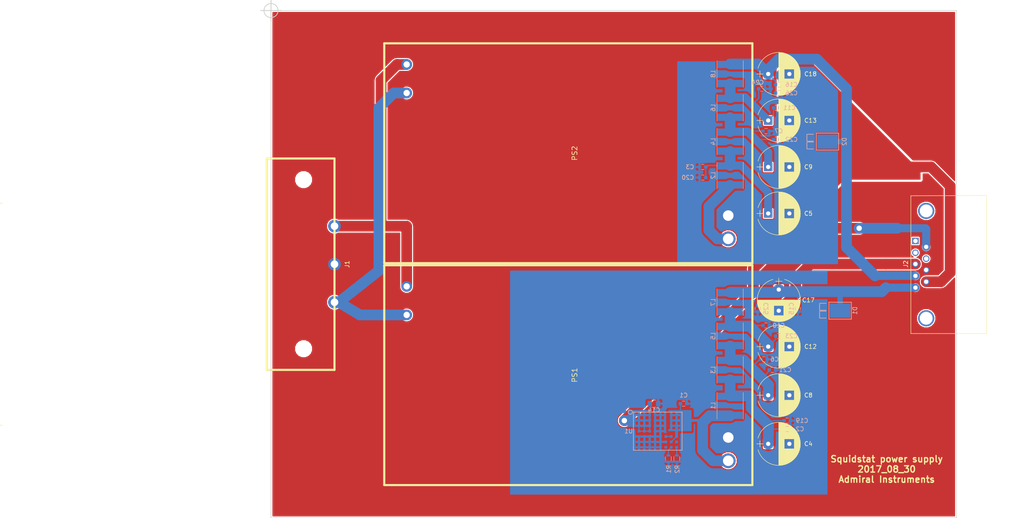
<source format=kicad_pcb>
(kicad_pcb (version 4) (host pcbnew 4.0.7)
  (layers (0 F.Cu signal) (31 B.Cu signal) (34 B.Paste user) (35 F.Paste user hide) (36 B.SilkS user) (37 F.SilkS user) (38 B.Mask user hide) (39 F.Mask user hide) (44 Edge.Cuts user))
  (net 0 "")
  (net 1 GND)
  (net 2 "Net-(C1-Pad1)")
  (net 3 /+0v,B)
  (net 4 "Net-(C10-Pad1)")
  (net 5 "Net-(C11-Pad1)")
  (net 6 /3.3v)
  (net 7 /+24v,A)
  (net 8 /+24v,B)
  (net 9 "Net-(J2-Pad1)")
  (net 10 "Net-(J2-Pad2)")
  (net 11 "Net-(J2-Pad7)")
  (net 12 Earth)
  (net 13 "Net-(L2-Pad2)")
  (net 14 "Net-(J1-Pad1)")
  (net 15 "Net-(J1-Pad2)")
  (net 16 "Net-(R1-Pad1)")
  (net 17 "Net-(R2-Pad1)")
  (net 18 "Net-(U1-PadF7)")
  (net 19 "Net-(U1-PadH6)")
  (net 20 "Net-(U1-PadF5)")
  (net 21 "Net-(C19-Pad1)")
  (net 22 "Net-(C20-Pad1)")
  (net 23 "Net-(C21-Pad1)")
  (net 24 "Net-(C22-Pad1)")
  (module user:IRM-60-24 (layer F.Cu) (at 113.76 7.75)
    (fp_text reference PS2 (at -42 26 90) (layer F.SilkS) (effects (font (size 1.2 1.2))))
    (fp_text value IRM-6024)
    (pad 3 thru_hole circle (at -5.7 46.25) (size 3.5 3.5) (drill 2.5) (layers *.Cu *.Mask) (net 13 "Net-(L2-Pad2)"))
    (pad 1 thru_hole circle (at -81.7 5) (size 2.5 2.5) (drill 1.5) (layers *.Cu *.Mask) (net 14 "Net-(J1-Pad1)"))
    (pad 2 thru_hole circle (at -81.7 11.75) (size 2.5 2.5) (drill 1.5) (layers *.Cu *.Mask) (net 15 "Net-(J1-Pad2)"))
    (pad 4 thru_hole circle (at -5.7 40.75) (size 3.5 3.5) (drill 2.5) (layers *.Cu *.Mask) (net 3 /+0v,B))
  )
  (module Capacitors_SMD:C_0603 (layer B.Cu) (at 97.5 93)
    (fp_text reference C1 (at 0 -2) (layer B.SilkS) (effects (justify mirror)))
    (fp_text value 2.2u)
    (pad 2 smd rect (at 0.75 0) (size 0.8 0.75) (layers B.Cu B.Paste B.Mask) (net 1 GND))
    (pad 1 smd rect (at -0.75 0) (size 0.8 0.75) (layers B.Cu B.Paste B.Mask) (net 2 "Net-(C1-Pad1)"))
  )
  (module Capacitors_SMD:C_0603 (layer B.Cu) (at 122 99)
    (fp_text reference C2 (at 3 0) (layer B.SilkS) (effects (justify mirror)))
    (fp_text value 1u)
    (pad 2 smd rect (at 0.75 0) (size 0.8 0.75) (layers B.Cu B.Paste B.Mask) (net 1 GND))
    (pad 1 smd rect (at -0.75 0) (size 0.8 0.75) (layers B.Cu B.Paste B.Mask) (net 21 "Net-(C19-Pad1)"))
  )
  (module Capacitors_SMD:C_0603 (layer B.Cu) (at 102 37 180)
    (fp_text reference C3 (at 3 0 180) (layer B.SilkS) (effects (justify mirror)))
    (fp_text value 1u)
    (pad 2 smd rect (at 0.75 0 180) (size 0.8 0.75) (layers B.Cu B.Paste B.Mask) (net 3 /+0v,B))
    (pad 1 smd rect (at -0.75 0 180) (size 0.8 0.75) (layers B.Cu B.Paste B.Mask) (net 22 "Net-(C20-Pad1)"))
  )
  (module Capacitors_THT:CP_Radial_D10.0mm_P5.00mm (layer F.Cu) (at 117.5 102.5)
    (fp_text reference C4 (at 9.5 0) (layer F.SilkS))
    (fp_text value 560u)
    (pad 1 thru_hole rect (at 0 0) (size 2 2) (drill 1) (layers *.Cu *.Mask) (net 21 "Net-(C19-Pad1)"))
    (pad 2 thru_hole circle (at 5 0) (size 2 2) (drill 1) (layers *.Cu *.Mask) (net 1 GND))
  )
  (module Capacitors_THT:CP_Radial_D10.0mm_P5.00mm (layer F.Cu) (at 117.5 48)
    (fp_text reference C5 (at 9.5 0) (layer F.SilkS))
    (fp_text value 560u)
    (pad 1 thru_hole rect (at 0 0) (size 2 2) (drill 1) (layers *.Cu *.Mask) (net 22 "Net-(C20-Pad1)"))
    (pad 2 thru_hole circle (at 5 0) (size 2 2) (drill 1) (layers *.Cu *.Mask) (net 3 /+0v,B))
  )
  (module Capacitors_SMD:C_0603 (layer B.Cu) (at 116.5 82.5)
    (fp_text reference C6 (at 2.5 0) (layer B.SilkS) (effects (justify mirror)))
    (fp_text value 1u)
    (pad 2 smd rect (at 0.75 0) (size 0.8 0.75) (layers B.Cu B.Paste B.Mask) (net 1 GND))
    (pad 1 smd rect (at -0.75 0) (size 0.8 0.75) (layers B.Cu B.Paste B.Mask) (net 23 "Net-(C21-Pad1)"))
  )
  (module Capacitors_SMD:C_0603 (layer B.Cu) (at 117 28.5)
    (fp_text reference C7 (at 3 0) (layer B.SilkS) (effects (justify mirror)))
    (fp_text value 1u)
    (pad 2 smd rect (at 0.75 0) (size 0.8 0.75) (layers B.Cu B.Paste B.Mask) (net 3 /+0v,B))
    (pad 1 smd rect (at -0.75 0) (size 0.8 0.75) (layers B.Cu B.Paste B.Mask) (net 24 "Net-(C22-Pad1)"))
  )
  (module Capacitors_THT:CP_Radial_D10.0mm_P5.00mm (layer F.Cu) (at 117.5 91)
    (fp_text reference C8 (at 9.5 0) (layer F.SilkS))
    (fp_text value 560u)
    (pad 1 thru_hole rect (at 0 0) (size 2 2) (drill 1) (layers *.Cu *.Mask) (net 23 "Net-(C21-Pad1)"))
    (pad 2 thru_hole circle (at 5 0) (size 2 2) (drill 1) (layers *.Cu *.Mask) (net 1 GND))
  )
  (module Capacitors_THT:CP_Radial_D10.0mm_P5.00mm (layer F.Cu) (at 117.5 37)
    (fp_text reference C9 (at 9.5 0) (layer F.SilkS))
    (fp_text value 560u)
    (pad 1 thru_hole rect (at 0 0) (size 2 2) (drill 1) (layers *.Cu *.Mask) (net 24 "Net-(C22-Pad1)"))
    (pad 2 thru_hole circle (at 5 0) (size 2 2) (drill 1) (layers *.Cu *.Mask) (net 3 /+0v,B))
  )
  (module Capacitors_SMD:C_0603 (layer B.Cu) (at 117 74.5)
    (fp_text reference C10 (at 3 0) (layer B.SilkS) (effects (justify mirror)))
    (fp_text value 1u)
    (pad 2 smd rect (at 0.75 0) (size 0.8 0.75) (layers B.Cu B.Paste B.Mask) (net 1 GND))
    (pad 1 smd rect (at -0.75 0) (size 0.8 0.75) (layers B.Cu B.Paste B.Mask) (net 4 "Net-(C10-Pad1)"))
  )
  (module Capacitors_SMD:C_0603 (layer B.Cu) (at 119.5 23)
    (fp_text reference C11 (at 3 0) (layer B.SilkS) (effects (justify mirror)))
    (fp_text value 1u)
    (pad 2 smd rect (at 0.75 0) (size 0.8 0.75) (layers B.Cu B.Paste B.Mask) (net 3 /+0v,B))
    (pad 1 smd rect (at -0.75 0) (size 0.8 0.75) (layers B.Cu B.Paste B.Mask) (net 5 "Net-(C11-Pad1)"))
  )
  (module Capacitors_THT:CP_Radial_D10.0mm_P5.00mm (layer F.Cu) (at 117.5 79.5)
    (fp_text reference C12 (at 10 0) (layer F.SilkS))
    (fp_text value 560u)
    (pad 1 thru_hole rect (at 0 0) (size 2 2) (drill 1) (layers *.Cu *.Mask) (net 4 "Net-(C10-Pad1)"))
    (pad 2 thru_hole circle (at 5 0) (size 2 2) (drill 1) (layers *.Cu *.Mask) (net 1 GND))
  )
  (module Capacitors_THT:CP_Radial_D10.0mm_P5.00mm (layer F.Cu) (at 117.5 26)
    (fp_text reference C13 (at 10 0) (layer F.SilkS))
    (fp_text value 560u)
    (pad 1 thru_hole rect (at 0 0) (size 2 2) (drill 1) (layers *.Cu *.Mask) (net 5 "Net-(C11-Pad1)"))
    (pad 2 thru_hole circle (at 5 0) (size 2 2) (drill 1) (layers *.Cu *.Mask) (net 3 /+0v,B))
  )
  (module Capacitors_SMD:C_0603 (layer B.Cu) (at 124.5 70.5 270)
    (fp_text reference C15 (at 0 1.5 270) (layer B.SilkS) (effects (justify mirror)))
    (fp_text value 1u)
    (pad 2 smd rect (at 0.75 0 270) (size 0.8 0.75) (layers B.Cu B.Paste B.Mask) (net 1 GND))
    (pad 1 smd rect (at -0.75 0 270) (size 0.8 0.75) (layers B.Cu B.Paste B.Mask) (net 7 /+24v,A))
  )
  (module Capacitors_SMD:C_0603 (layer B.Cu) (at 120 17.5)
    (fp_text reference C16 (at 3 0) (layer B.SilkS) (effects (justify mirror)))
    (fp_text value 1u)
    (pad 2 smd rect (at 0.75 0) (size 0.8 0.75) (layers B.Cu B.Paste B.Mask) (net 3 /+0v,B))
    (pad 1 smd rect (at -0.75 0) (size 0.8 0.75) (layers B.Cu B.Paste B.Mask) (net 8 /+24v,B))
  )
  (module Capacitors_THT:CP_Radial_D10.0mm_P5.00mm (layer F.Cu) (at 120 66 270)
    (fp_text reference C17 (at 2.5 -7 360) (layer F.SilkS))
    (fp_text value 560u)
    (pad 1 thru_hole rect (at 0 0 270) (size 2 2) (drill 1) (layers *.Cu *.Mask) (net 7 /+24v,A))
    (pad 2 thru_hole circle (at 5 0 270) (size 2 2) (drill 1) (layers *.Cu *.Mask) (net 1 GND))
  )
  (module Capacitors_THT:CP_Radial_D10.0mm_P5.00mm (layer F.Cu) (at 117.5 15)
    (fp_text reference C18 (at 10 0) (layer F.SilkS))
    (fp_text value 560u)
    (pad 1 thru_hole rect (at 0 0) (size 2 2) (drill 1) (layers *.Cu *.Mask) (net 8 /+24v,B))
    (pad 2 thru_hole circle (at 5 0) (size 2 2) (drill 1) (layers *.Cu *.Mask) (net 3 /+0v,B))
  )
  (module Connectors:DB9FC (layer F.Cu) (at 152.3 54.5 270)
    (fp_text reference J2 (at 5.46 2.28 270) (layer F.SilkS))
    (fp_text value DB9_Female_MountingHoles)
    (pad "" thru_hole circle (at 18.29 -2.54 270) (size 3.81 3.81) (drill 3.05) (layers *.Cu *.Mask))
    (pad "" thru_hole circle (at -7.11 -2.54 270) (size 3.81 3.81) (drill 3.05) (layers *.Cu *.Mask))
    (pad 1 thru_hole rect (at 0 0 270) (size 1.52 1.52) (drill 1.02) (layers *.Cu *.Mask) (net 9 "Net-(J2-Pad1)"))
    (pad 2 thru_hole circle (at 2.79 0 270) (size 1.52 1.52) (drill 1.02) (layers *.Cu *.Mask) (net 10 "Net-(J2-Pad2)"))
    (pad 3 thru_hole circle (at 5.46 0 270) (size 1.52 1.52) (drill 1.02) (layers *.Cu *.Mask) (net 1 GND))
    (pad 4 thru_hole circle (at 8.26 0 270) (size 1.52 1.52) (drill 1.02) (layers *.Cu *.Mask) (net 8 /+24v,B))
    (pad 5 thru_hole circle (at 11.05 0 270) (size 1.52 1.52) (drill 1.02) (layers *.Cu *.Mask) (net 7 /+24v,A))
    (pad 6 thru_hole circle (at 1.4 -2.54 270) (size 1.52 1.52) (drill 1.02) (layers *.Cu *.Mask) (net 6 /3.3v))
    (pad 7 thru_hole circle (at 4.19 -2.54 270) (size 1.52 1.52) (drill 1.02) (layers *.Cu *.Mask) (net 11 "Net-(J2-Pad7)"))
    (pad 8 thru_hole circle (at 6.86 -2.54 270) (size 1.52 1.52) (drill 1.02) (layers *.Cu *.Mask) (net 12 Earth))
    (pad 9 thru_hole circle (at 9.65 -2.54 270) (size 1.52 1.52) (drill 1.02) (layers *.Cu *.Mask) (net 3 /+0v,B))
  )
  (module user:IRM-60-24 (layer F.Cu) (at 113.76 60.25)
    (fp_text reference PS1 (at -42 26 90) (layer F.SilkS) (effects (font (size 1.2 1.2))))
    (fp_text value IRM-6024)
    (pad 3 thru_hole circle (at -5.7 46.25) (size 3.5 3.5) (drill 2.5) (layers *.Cu *.Mask) (net 2 "Net-(C1-Pad1)"))
    (pad 1 thru_hole circle (at -81.7 5) (size 2.5 2.5) (drill 1.5) (layers *.Cu *.Mask) (net 14 "Net-(J1-Pad1)"))
    (pad 2 thru_hole circle (at -81.7 11.75) (size 2.5 2.5) (drill 1.5) (layers *.Cu *.Mask) (net 15 "Net-(J1-Pad2)"))
    (pad 4 thru_hole circle (at -5.7 40.75) (size 3.5 3.5) (drill 2.5) (layers *.Cu *.Mask) (net 1 GND))
  )
  (module Resistors_SMD:R_0603 (layer B.Cu) (at 93.9 106 270)
    (fp_text reference R1 (at 2.5 -0.1 270) (layer B.SilkS) (effects (justify mirror)))
    (fp_text value 42.2k)
    (pad 1 smd rect (at -0.75 0 270) (size 0.5 0.9) (layers B.Cu B.Paste B.Mask) (net 16 "Net-(R1-Pad1)"))
    (pad 2 smd rect (at 0.75 0 270) (size 0.5 0.9) (layers B.Cu B.Paste B.Mask) (net 1 GND))
  )
  (module Resistors_SMD:R_0603 (layer B.Cu) (at 95.9 106 270)
    (fp_text reference R2 (at 2.5 -0.1 270) (layer B.SilkS) (effects (justify mirror)))
    (fp_text value 154k)
    (pad 1 smd rect (at -0.75 0 270) (size 0.5 0.9) (layers B.Cu B.Paste B.Mask) (net 17 "Net-(R2-Pad1)"))
    (pad 2 smd rect (at 0.75 0 270) (size 0.5 0.9) (layers B.Cu B.Paste B.Mask) (net 1 GND))
  )
  (module user:AC_receptacle (layer F.Cu) (at 15 60 90)
    (fp_text reference J1 (at 0 3 90) (layer F.SilkS))
    (fp_text value Conn_WallPlug_Earth)
    (pad "" np_thru_hole circle (at 20 -7.3 90) (size 3.5 3.5) (drill 3.5) (layers *.Cu *.Mask))
    (pad 2 thru_hole circle (at -9 0 90) (size 3 3) (drill 1.8) (layers *.Cu *.Mask) (net 15 "Net-(J1-Pad2)"))
    (pad 1 thru_hole circle (at 9 0 90) (size 3 3) (drill 1.8) (layers *.Cu *.Mask) (net 14 "Net-(J1-Pad1)"))
    (pad 3 thru_hole circle (at 0 0 90) (size 3 3) (drill 1.8) (layers *.Cu *.Mask) (net 12 Earth))
    (pad "" np_thru_hole circle (at -20 -7.3 90) (size 3.5 3.5) (drill 3.5) (layers *.Cu *.Mask))
  )
  (module Capacitors_SMD:C_0603 (layer B.Cu) (at 122 97)
    (fp_text reference C19 (at 3.5 0) (layer B.SilkS) (effects (justify mirror)))
    (fp_text value 10n)
    (pad 2 smd rect (at 0.75 0) (size 0.8 0.75) (layers B.Cu B.Paste B.Mask) (net 1 GND))
    (pad 1 smd rect (at -0.75 0) (size 0.8 0.75) (layers B.Cu B.Paste B.Mask) (net 21 "Net-(C19-Pad1)"))
  )
  (module Capacitors_SMD:C_0603 (layer B.Cu) (at 102 39.5 180)
    (fp_text reference C20 (at 3.5 0 180) (layer B.SilkS) (effects (justify mirror)))
    (fp_text value 10n)
    (pad 2 smd rect (at 0.75 0 180) (size 0.8 0.75) (layers B.Cu B.Paste B.Mask) (net 3 /+0v,B))
    (pad 1 smd rect (at -0.75 0 180) (size 0.8 0.75) (layers B.Cu B.Paste B.Mask) (net 22 "Net-(C20-Pad1)"))
  )
  (module Capacitors_SMD:C_0603 (layer B.Cu) (at 118.5 85)
    (fp_text reference C21 (at 3 0) (layer B.SilkS) (effects (justify mirror)))
    (fp_text value 10n)
    (pad 2 smd rect (at 0.75 0) (size 0.8 0.75) (layers B.Cu B.Paste B.Mask) (net 1 GND))
    (pad 1 smd rect (at -0.75 0) (size 0.8 0.75) (layers B.Cu B.Paste B.Mask) (net 23 "Net-(C21-Pad1)"))
  )
  (module Capacitors_SMD:C_0603 (layer B.Cu) (at 119.5 30.5)
    (fp_text reference C22 (at 3.5 0) (layer B.SilkS) (effects (justify mirror)))
    (fp_text value 10n)
    (pad 2 smd rect (at 0.75 0) (size 0.8 0.75) (layers B.Cu B.Paste B.Mask) (net 3 /+0v,B))
    (pad 1 smd rect (at -0.75 0) (size 0.8 0.75) (layers B.Cu B.Paste B.Mask) (net 24 "Net-(C22-Pad1)"))
  )
  (module Capacitors_SMD:C_0603 (layer B.Cu) (at 120 77)
    (fp_text reference C23 (at 3 0) (layer B.SilkS) (effects (justify mirror)))
    (fp_text value 10n)
    (pad 2 smd rect (at 0.75 0) (size 0.8 0.75) (layers B.Cu B.Paste B.Mask) (net 1 GND))
    (pad 1 smd rect (at -0.75 0) (size 0.8 0.75) (layers B.Cu B.Paste B.Mask) (net 4 "Net-(C10-Pad1)"))
  )
  (module Capacitors_SMD:C_0603 (layer B.Cu) (at 116 18.5)
    (fp_text reference C24 (at -1 -1.5) (layer B.SilkS) (effects (justify mirror)))
    (fp_text value 10n)
    (pad 2 smd rect (at 0.75 0) (size 0.8 0.75) (layers B.Cu B.Paste B.Mask) (net 3 /+0v,B))
    (pad 1 smd rect (at -0.75 0) (size 0.8 0.75) (layers B.Cu B.Paste B.Mask) (net 5 "Net-(C11-Pad1)"))
  )
  (module Capacitors_SMD:C_0603 (layer B.Cu) (at 115 70.5 270)
    (fp_text reference C25 (at 0 -2 270) (layer B.SilkS) (effects (justify mirror)))
    (fp_text value 10n)
    (pad 2 smd rect (at 0.75 0 270) (size 0.8 0.75) (layers B.Cu B.Paste B.Mask) (net 1 GND))
    (pad 1 smd rect (at -0.75 0 270) (size 0.8 0.75) (layers B.Cu B.Paste B.Mask) (net 7 /+24v,A))
  )
  (module Capacitors_SMD:C_0603 (layer B.Cu) (at 120 19.5)
    (fp_text reference C26 (at 3 0) (layer B.SilkS) (effects (justify mirror)))
    (fp_text value 10n)
    (pad 2 smd rect (at 0.75 0) (size 0.8 0.75) (layers B.Cu B.Paste B.Mask) (net 3 /+0v,B))
    (pad 1 smd rect (at -0.75 0) (size 0.8 0.75) (layers B.Cu B.Paste B.Mask) (net 8 /+24v,B))
  )
  (module user:LGA-50 (layer B.Cu) (at 91.4 99.5)
    (fp_text reference U1 (at -6.9 0) (layer B.SilkS) (effects (justify mirror)))
    (fp_text value LTM8022)
    (pad H7 smd rect (at 4.445 3.81) (size 0.64 0.64) (layers B.Cu B.Paste B.Mask) (net 17 "Net-(R2-Pad1)"))
    (pad G7 smd rect (at 3.175 3.81) (size 0.64 0.64) (layers B.Cu B.Paste B.Mask) (net 16 "Net-(R1-Pad1)"))
    (pad F7 smd rect (at 1.905 3.81) (size 0.64 0.64) (layers B.Cu B.Paste B.Mask) (net 18 "Net-(U1-PadF7)"))
    (pad E1 smd rect (at 0.635 3.81) (size 0.64 0.64) (layers B.Cu B.Paste B.Mask) (net 1 GND))
    (pad E1 smd rect (at -0.635 3.81) (size 0.64 0.64) (layers B.Cu B.Paste B.Mask) (net 1 GND))
    (pad E1 smd rect (at -1.905 3.81) (size 0.64 0.64) (layers B.Cu B.Paste B.Mask) (net 1 GND))
    (pad E1 smd rect (at -3.175 3.81) (size 0.64 0.64) (layers B.Cu B.Paste B.Mask) (net 1 GND))
    (pad E1 smd rect (at -4.445 3.81) (size 0.64 0.64) (layers B.Cu B.Paste B.Mask) (net 1 GND))
    (pad H6 smd rect (at 4.445 2.54) (size 0.64 0.64) (layers B.Cu B.Paste B.Mask) (net 19 "Net-(U1-PadH6)"))
    (pad G6 smd rect (at 3.175 2.54) (size 0.64 0.64) (layers B.Cu B.Paste B.Mask) (net 2 "Net-(C1-Pad1)"))
    (pad E1 smd rect (at 1.905 2.54) (size 0.64 0.64) (layers B.Cu B.Paste B.Mask) (net 1 GND))
    (pad E1 smd rect (at 0.635 2.54) (size 0.64 0.64) (layers B.Cu B.Paste B.Mask) (net 1 GND))
    (pad E1 smd rect (at -0.635 2.54) (size 0.64 0.64) (layers B.Cu B.Paste B.Mask) (net 1 GND))
    (pad E1 smd rect (at -1.905 2.54) (size 0.64 0.64) (layers B.Cu B.Paste B.Mask) (net 1 GND))
    (pad E1 smd rect (at -3.175 2.54) (size 0.64 0.64) (layers B.Cu B.Paste B.Mask) (net 1 GND))
    (pad E1 smd rect (at -4.445 2.54) (size 0.64 0.64) (layers B.Cu B.Paste B.Mask) (net 1 GND))
    (pad H5 smd rect (at 4.445 1.27) (size 0.64 0.64) (layers B.Cu B.Paste B.Mask) (net 2 "Net-(C1-Pad1)"))
    (pad G5 smd rect (at 3.175 1.27) (size 0.64 0.64) (layers B.Cu B.Paste B.Mask) (net 20 "Net-(U1-PadF5)"))
    (pad F5 smd rect (at 1.905 1.27) (size 0.64 0.64) (layers B.Cu B.Paste B.Mask) (net 20 "Net-(U1-PadF5)"))
    (pad E1 smd rect (at 0.635 1.27) (size 0.64 0.64) (layers B.Cu B.Paste B.Mask) (net 1 GND))
    (pad E1 smd rect (at -0.635 1.27) (size 0.64 0.64) (layers B.Cu B.Paste B.Mask) (net 1 GND))
    (pad E1 smd rect (at -1.905 1.27) (size 0.64 0.64) (layers B.Cu B.Paste B.Mask) (net 1 GND))
    (pad E1 smd rect (at -3.175 1.27) (size 0.64 0.64) (layers B.Cu B.Paste B.Mask) (net 1 GND))
    (pad E1 smd rect (at -4.445 1.27) (size 0.64 0.64) (layers B.Cu B.Paste B.Mask) (net 1 GND))
    (pad E1 smd rect (at 0.635 0) (size 0.64 0.64) (layers B.Cu B.Paste B.Mask) (net 1 GND))
    (pad E1 smd rect (at -0.635 0) (size 0.64 0.64) (layers B.Cu B.Paste B.Mask) (net 1 GND))
    (pad A1 smd rect (at -1.905 0) (size 0.64 0.64) (layers B.Cu B.Paste B.Mask) (net 6 /3.3v))
    (pad A1 smd rect (at -3.175 0) (size 0.64 0.64) (layers B.Cu B.Paste B.Mask) (net 6 /3.3v))
    (pad A1 smd rect (at -4.445 0) (size 0.64 0.64) (layers B.Cu B.Paste B.Mask) (net 6 /3.3v))
    (pad H1 smd rect (at 4.445 -1.27) (size 0.64 0.64) (layers B.Cu B.Paste B.Mask) (net 2 "Net-(C1-Pad1)"))
    (pad H1 smd rect (at 3.175 -1.27) (size 0.64 0.64) (layers B.Cu B.Paste B.Mask) (net 2 "Net-(C1-Pad1)"))
    (pad E1 smd rect (at 0.635 -1.27) (size 0.64 0.64) (layers B.Cu B.Paste B.Mask) (net 1 GND))
    (pad E1 smd rect (at -0.635 -1.27) (size 0.64 0.64) (layers B.Cu B.Paste B.Mask) (net 1 GND))
    (pad A1 smd rect (at -1.905 -1.27) (size 0.64 0.64) (layers B.Cu B.Paste B.Mask) (net 6 /3.3v))
    (pad A1 smd rect (at -3.175 -1.27) (size 0.64 0.64) (layers B.Cu B.Paste B.Mask) (net 6 /3.3v))
    (pad A1 smd rect (at -4.445 -1.27) (size 0.64 0.64) (layers B.Cu B.Paste B.Mask) (net 6 /3.3v))
    (pad H1 smd rect (at 3.175 -2.54) (size 0.64 0.64) (layers B.Cu B.Paste B.Mask) (net 2 "Net-(C1-Pad1)"))
    (pad E1 smd rect (at -0.635 -2.54) (size 0.64 0.64) (layers B.Cu B.Paste B.Mask) (net 1 GND))
    (pad E1 smd rect (at 0.635 -2.54) (size 0.64 0.64) (layers B.Cu B.Paste B.Mask) (net 1 GND))
    (pad H1 smd rect (at 4.445 -3.81) (size 0.64 0.64) (layers B.Cu B.Paste B.Mask) (net 2 "Net-(C1-Pad1)"))
    (pad H1 smd rect (at 4.445 -2.54) (size 0.64 0.64) (layers B.Cu B.Paste B.Mask) (net 2 "Net-(C1-Pad1)"))
    (pad H1 smd rect (at 3.175 -3.81) (size 0.64 0.64) (layers B.Cu B.Paste B.Mask) (net 2 "Net-(C1-Pad1)"))
    (pad E1 smd rect (at 0.635 -3.81) (size 0.64 0.64) (layers B.Cu B.Paste B.Mask) (net 1 GND))
    (pad A1 smd rect (at -4.445 -3.81) (size 0.64 0.64) (layers B.Cu B.Paste B.Mask) (net 6 /3.3v))
    (pad A1 smd rect (at -3.175 -3.81) (size 0.64 0.64) (layers B.Cu B.Paste B.Mask) (net 6 /3.3v))
    (pad A1 smd rect (at -1.905 -3.81) (size 0.64 0.64) (layers B.Cu B.Paste B.Mask) (net 6 /3.3v))
    (pad E1 smd rect (at -0.635 -3.81) (size 0.64 0.64) (layers B.Cu B.Paste B.Mask) (net 1 GND))
    (pad A1 smd rect (at -1.905 -2.54) (size 0.64 0.64) (layers B.Cu B.Paste B.Mask) (net 6 /3.3v))
    (pad A1 smd rect (at -3.175 -2.54) (size 0.64 0.64) (layers B.Cu B.Paste B.Mask) (net 6 /3.3v))
    (pad A1 smd rect (at -4.445 -2.54) (size 0.64 0.64) (layers B.Cu B.Paste B.Mask) (net 6 /3.3v))
    (pad A1 smd rect (at -4.445 -3.81) (size 0.64 0.64) (layers B.Cu B.Paste B.Mask) (net 6 /3.3v))
  )
  (module user:6045_inductor (layer B.Cu) (at 108.5 93.5 270)
    (fp_text reference L1 (at 0 4 270) (layer B.SilkS) (effects (justify mirror)))
    (fp_text value 10u)
    (pad 1 smd rect (at -2.25 0 270) (size 1.7 5.9) (layers B.Cu B.Paste B.Mask) (net 21 "Net-(C19-Pad1)"))
    (pad 2 smd rect (at 2.25 0 270) (size 1.7 5.9) (layers B.Cu B.Paste B.Mask) (net 2 "Net-(C1-Pad1)"))
  )
  (module user:6045_inductor (layer B.Cu) (at 108.5 39 270)
    (fp_text reference L2 (at 0 4 270) (layer B.SilkS) (effects (justify mirror)))
    (fp_text value 10u)
    (pad 1 smd rect (at -2.25 0 270) (size 1.7 5.9) (layers B.Cu B.Paste B.Mask) (net 22 "Net-(C20-Pad1)"))
    (pad 2 smd rect (at 2.25 0 270) (size 1.7 5.9) (layers B.Cu B.Paste B.Mask) (net 13 "Net-(L2-Pad2)"))
  )
  (module user:6045_inductor (layer B.Cu) (at 108.5 85 270)
    (fp_text reference L3 (at 0 4 270) (layer B.SilkS) (effects (justify mirror)))
    (fp_text value 10u)
    (pad 1 smd rect (at -2.25 0 270) (size 1.7 5.9) (layers B.Cu B.Paste B.Mask) (net 23 "Net-(C21-Pad1)"))
    (pad 2 smd rect (at 2.25 0 270) (size 1.7 5.9) (layers B.Cu B.Paste B.Mask) (net 21 "Net-(C19-Pad1)"))
  )
  (module user:6045_inductor (layer B.Cu) (at 108.5 31 270)
    (fp_text reference L4 (at 0 4 270) (layer B.SilkS) (effects (justify mirror)))
    (fp_text value 10u)
    (pad 1 smd rect (at -2.25 0 270) (size 1.7 5.9) (layers B.Cu B.Paste B.Mask) (net 24 "Net-(C22-Pad1)"))
    (pad 2 smd rect (at 2.25 0 270) (size 1.7 5.9) (layers B.Cu B.Paste B.Mask) (net 22 "Net-(C20-Pad1)"))
  )
  (module user:6045_inductor (layer B.Cu) (at 108.5 77 270)
    (fp_text reference L5 (at 0 4 270) (layer B.SilkS) (effects (justify mirror)))
    (fp_text value 10u)
    (pad 1 smd rect (at -2.25 0 270) (size 1.7 5.9) (layers B.Cu B.Paste B.Mask) (net 4 "Net-(C10-Pad1)"))
    (pad 2 smd rect (at 2.25 0 270) (size 1.7 5.9) (layers B.Cu B.Paste B.Mask) (net 23 "Net-(C21-Pad1)"))
  )
  (module user:6045_inductor (layer B.Cu) (at 108.5 23 270)
    (fp_text reference L6 (at 0 4 270) (layer B.SilkS) (effects (justify mirror)))
    (fp_text value 10u)
    (pad 1 smd rect (at -2.25 0 270) (size 1.7 5.9) (layers B.Cu B.Paste B.Mask) (net 5 "Net-(C11-Pad1)"))
    (pad 2 smd rect (at 2.25 0 270) (size 1.7 5.9) (layers B.Cu B.Paste B.Mask) (net 24 "Net-(C22-Pad1)"))
  )
  (module user:6045_inductor (layer B.Cu) (at 108.5 69 270)
    (fp_text reference L7 (at 0 4 270) (layer B.SilkS) (effects (justify mirror)))
    (fp_text value 10u)
    (pad 1 smd rect (at -2.25 0 270) (size 1.7 5.9) (layers B.Cu B.Paste B.Mask) (net 7 /+24v,A))
    (pad 2 smd rect (at 2.25 0 270) (size 1.7 5.9) (layers B.Cu B.Paste B.Mask) (net 4 "Net-(C10-Pad1)"))
  )
  (module user:6045_inductor (layer B.Cu) (at 108.5 15 270)
    (fp_text reference L8 (at 0 4 270) (layer B.SilkS) (effects (justify mirror)))
    (fp_text value 10u)
    (pad 1 smd rect (at -2.25 0 270) (size 1.7 5.9) (layers B.Cu B.Paste B.Mask) (net 8 /+24v,B))
    (pad 2 smd rect (at 2.25 0 270) (size 1.7 5.9) (layers B.Cu B.Paste B.Mask) (net 5 "Net-(C11-Pad1)"))
  )
  (module Capacitors_SMD:C_0805 (layer B.Cu) (at 90.5 93)
    (fp_text reference C14 (at 0 1.5) (layer B.SilkS) (effects (justify mirror)))
    (fp_text value 22u)
    (pad 1 smd rect (at -1 0) (size 1 1.25) (layers B.Cu B.Paste B.Mask) (net 6 /3.3v))
    (pad 2 smd rect (at 1 0) (size 1 1.25) (layers B.Cu B.Paste B.Mask) (net 1 GND))
  )
  (module user:PowerDI5 (layer B.Cu) (at 134.5 71 90)
    (fp_text reference D1 (at 0 3.5 90) (layer B.SilkS) (effects (justify mirror)))
    (fp_text value 31v)
    (pad 2 smd rect (at -0.92 -3.982 90) (size 1.39 1.4) (layers B.Cu B.Paste B.Mask) (net 1 GND))
    (pad 1 smd rect (at 0 0 90) (size 3.36 4.86) (layers B.Cu B.Paste B.Mask) (net 7 /+24v,A))
    (pad 2 smd rect (at 0.92 -3.982 90) (size 1.39 1.4) (layers B.Cu B.Paste B.Mask) (net 1 GND))
  )
  (module user:PowerDI5 (layer B.Cu) (at 131.5 31 90)
    (fp_text reference D2 (at 0 4 90) (layer B.SilkS) (effects (justify mirror)))
    (fp_text value 31v)
    (pad 2 smd rect (at -0.92 -3.982 90) (size 1.39 1.4) (layers B.Cu B.Paste B.Mask) (net 3 /+0v,B))
    (pad 1 smd rect (at 0 0 90) (size 3.36 4.86) (layers B.Cu B.Paste B.Mask) (net 8 /+24v,B))
    (pad 2 smd rect (at 0.92 -3.982 90) (size 1.39 1.4) (layers B.Cu B.Paste B.Mask) (net 3 /+0v,B))
  )
  (gr_text "Squidstat power supply\n2017_08_30\nAdmiral Instruments" (at 145.5 108.5) (layer F.SilkS) (effects (font (size 1.5 1.5) (thickness 0.3))))
  (target plus (at 0 0) (size 5) (width 0.15) (layer Edge.Cuts))
  (target plus (at 0 0) (size 5) (width 0.15) (layer Edge.Cuts))
  (gr_line (start 0 0) (end 162 0) (angle 90) (layer Edge.Cuts) (width 0.15))
  (gr_line (start 162 0) (end 162 120) (angle 90) (layer Edge.Cuts) (width 0.15))
  (gr_line (start 0 120) (end 162 120) (angle 90) (layer Edge.Cuts) (width 0.15))
  (gr_line (start 0 0) (end 0 120) (angle 90) (layer Edge.Cuts) (width 0.15))
  (segment (start 152.3 59.96) (end 145.3 59.96) (width 2.54) (layer F.Cu) (net 1))
  (segment (start 127.54 59.96) (end 124 63.5) (width 2.54) (layer F.Cu) (net 1))
  (segment (start 124 63.5) (end 124 67) (width 2.54) (layer F.Cu) (net 1))
  (segment (start 124 67) (end 120 71) (width 2.54) (layer F.Cu) (net 1))
  (segment (start 145.3 59.96) (end 127.54 59.96) (width 2.54) (layer F.Cu) (net 1))
  (segment (start 108.06 106.5) (end 104.5 106.5) (width 2.54) (layer B.Cu) (net 2))
  (segment (start 104.5 106.5) (end 102 104) (width 2.54) (layer B.Cu) (net 2))
  (segment (start 102 104) (end 102 97.5) (width 2.54) (layer B.Cu) (net 2))
  (segment (start 101.46 96.96) (end 102 97.5) (width 0.635) (layer B.Cu) (net 2))
  (segment (start 102 97.5) (end 103.65 95.85) (width 2.54) (layer B.Cu) (net 2))
  (segment (start 95.845 96.96) (end 101.46 96.96) (width 0.635) (layer B.Cu) (net 2))
  (segment (start 96.75 93) (end 96.75 94.785) (width 0.254) (layer B.Cu) (net 2))
  (segment (start 96.75 94.785) (end 95.845 95.69) (width 0.254) (layer B.Cu) (net 2))
  (segment (start 95.845 100.77) (end 94.575 102.04) (width 0.254) (layer B.Cu) (net 2))
  (segment (start 95.845 98.23) (end 95.845 100.77) (width 0.635) (layer B.Cu) (net 2))
  (segment (start 103.65 95.85) (end 108.5 95.85) (width 2.54) (layer B.Cu) (net 2))
  (segment (start 122.5 37) (end 156 37) (width 2.54) (layer F.Cu) (net 3))
  (segment (start 158.35 64.15) (end 154.84 64.15) (width 2.54) (layer F.Cu) (net 3))
  (segment (start 160.5 62) (end 158.35 64.15) (width 2.54) (layer F.Cu) (net 3))
  (segment (start 160.5 41.5) (end 160.5 62) (width 2.54) (layer F.Cu) (net 3))
  (segment (start 156 37) (end 160.5 41.5) (width 2.54) (layer F.Cu) (net 3))
  (segment (start 122.5 26) (end 122.5 15) (width 1.905) (layer F.Cu) (net 3))
  (segment (start 122.5 37) (end 122.5 26) (width 1.905) (layer F.Cu) (net 3))
  (segment (start 122.5 48) (end 122.5 37) (width 1.905) (layer F.Cu) (net 3))
  (segment (start 119.25 77) (end 119.25 77.75) (width 0.254) (layer B.Cu) (net 4))
  (segment (start 119.25 77.75) (end 117.5 79.5) (width 0.254) (layer B.Cu) (net 4))
  (segment (start 116.25 74.5) (end 113.3 74.5) (width 0.254) (layer B.Cu) (net 4))
  (segment (start 113.3 74.5) (end 113.15 74.65) (width 0.254) (layer B.Cu) (net 4))
  (segment (start 117.5 79.5) (end 117.58 79.08) (width 2.54) (layer B.Cu) (net 4))
  (segment (start 113.15 74.65) (end 108.5 74.65) (width 2.54) (layer B.Cu) (net 4))
  (segment (start 117.58 79.08) (end 113.15 74.65) (width 2.54) (layer B.Cu) (net 4))
  (segment (start 108.5 74.65) (end 108.5 71.35) (width 2.54) (layer B.Cu) (net 4))
  (segment (start 118.75 23) (end 118.75 24.75) (width 0.254) (layer B.Cu) (net 5))
  (segment (start 118.75 24.75) (end 117.5 26) (width 0.254) (layer B.Cu) (net 5))
  (segment (start 115.25 18.5) (end 115.25 20.5) (width 0.254) (layer B.Cu) (net 5))
  (segment (start 115.25 20.5) (end 115.25 20.75) (width 0.254) (layer B.Cu) (net 5))
  (segment (start 115.25 20.75) (end 113.75 22.25) (width 0.254) (layer B.Cu) (net 5))
  (segment (start 117.5 26) (end 113.75 22.25) (width 1.905) (layer B.Cu) (net 5))
  (segment (start 113.75 22.25) (end 112 20.5) (width 1.905) (layer B.Cu) (net 5))
  (segment (start 112 20.5) (end 108.65 20.5) (width 1.905) (layer B.Cu) (net 5))
  (segment (start 108.65 20.5) (end 108.5 20.65) (width 1.905) (layer B.Cu) (net 5))
  (segment (start 108.5 20.65) (end 108.5 17.35) (width 2.54) (layer B.Cu) (net 5))
  (segment (start 148 51.5) (end 154.68 51.5) (width 1.905) (layer B.Cu) (net 6))
  (segment (start 154.68 51.5) (end 154.84 51.66) (width 1.905) (layer B.Cu) (net 6))
  (segment (start 154.84 51.66) (end 154.84 55.9) (width 1.905) (layer B.Cu) (net 6))
  (segment (start 154.84 55.9) (end 154.84 51.66) (width 0.635) (layer B.Cu) (net 6))
  (segment (start 83.54 96.96) (end 83.5 97) (width 2.54) (layer B.Cu) (net 6))
  (via (at 83.5 97) (size 2.54) (drill 1.27) (layers F.Cu B.Cu) (net 6))
  (segment (start 83.5 97) (end 114 66.5) (width 2.54) (layer F.Cu) (net 6))
  (segment (start 114 66.5) (end 114 61) (width 2.54) (layer F.Cu) (net 6))
  (segment (start 114 61) (end 123.5 51.5) (width 2.54) (layer F.Cu) (net 6))
  (segment (start 123.5 51.5) (end 139 51.5) (width 2.54) (layer F.Cu) (net 6))
  (via (at 139 51.5) (size 2.54) (drill 1.27) (layers F.Cu B.Cu) (net 6))
  (segment (start 139 51.5) (end 148 51.5) (width 2.54) (layer B.Cu) (net 6))
  (segment (start 83.54 96.96) (end 84.54 96.96) (width 2.54) (layer B.Cu) (net 6))
  (segment (start 154.84 51.66) (end 154.68 51.5) (width 0.635) (layer B.Cu) (net 6))
  (segment (start 88.225 99.5) (end 88.225 98.23) (width 0.254) (layer B.Cu) (net 6))
  (segment (start 86.955 98.23) (end 86.955 99.5) (width 0.254) (layer B.Cu) (net 6))
  (segment (start 86.955 99.5) (end 88.225 99.5) (width 0.254) (layer B.Cu) (net 6))
  (segment (start 88.225 99.5) (end 89.495 99.5) (width 0.254) (layer B.Cu) (net 6))
  (segment (start 89.495 99.5) (end 89.495 98.23) (width 0.254) (layer B.Cu) (net 6))
  (segment (start 89.75 93) (end 89.75 94.25) (width 0.254) (layer B.Cu) (net 6))
  (segment (start 89.495 94.505) (end 89.495 95.69) (width 0.254) (layer B.Cu) (net 6))
  (segment (start 89.75 94.25) (end 89.495 94.505) (width 0.254) (layer B.Cu) (net 6))
  (segment (start 86.955 96.96) (end 84.54 96.96) (width 0.254) (layer B.Cu) (net 6))
  (segment (start 84.54 96.96) (end 84.5 97) (width 0.254) (layer B.Cu) (net 6))
  (segment (start 152.3 65.55) (end 145.3 65.55) (width 1.905) (layer B.Cu) (net 7))
  (segment (start 144.35 66.5) (end 145.3 65.55) (width 2.54) (layer B.Cu) (net 7))
  (segment (start 144.35 66.5) (end 134.5 66.5) (width 2.54) (layer B.Cu) (net 7))
  (segment (start 134.5 71) (end 134.5 66.5) (width 1.27) (layer B.Cu) (net 7))
  (segment (start 134.5 66.5) (end 134.5 67) (width 1.27) (layer B.Cu) (net 7))
  (segment (start 134.5 67) (end 134.5 66.5) (width 1.27) (layer B.Cu) (net 7))
  (segment (start 124.5 69.75) (end 124.5 66.5) (width 0.254) (layer B.Cu) (net 7))
  (segment (start 115 69.75) (end 115 66.65) (width 0.254) (layer B.Cu) (net 7))
  (segment (start 115 66.65) (end 115 67) (width 0.254) (layer B.Cu) (net 7))
  (segment (start 115 67) (end 115 66.65) (width 0.254) (layer B.Cu) (net 7))
  (segment (start 117 66.65) (end 117 67) (width 0.254) (layer B.Cu) (net 7))
  (segment (start 117 67) (end 117 66.65) (width 0.254) (layer B.Cu) (net 7))
  (segment (start 120 66) (end 120 66.5) (width 2.54) (layer B.Cu) (net 7))
  (segment (start 120 66.5) (end 119.85 66.65) (width 2.54) (layer B.Cu) (net 7))
  (segment (start 119.85 66.65) (end 120 66) (width 2.54) (layer B.Cu) (net 7))
  (segment (start 108.5 66.65) (end 115 66.65) (width 2.54) (layer B.Cu) (net 7))
  (segment (start 115 66.65) (end 117 66.65) (width 2.54) (layer B.Cu) (net 7))
  (segment (start 117 66.65) (end 119.85 66.65) (width 2.54) (layer B.Cu) (net 7))
  (segment (start 119.85 66.65) (end 120 66.5) (width 2.54) (layer B.Cu) (net 7))
  (segment (start 120 66.5) (end 124.5 66.5) (width 2.54) (layer B.Cu) (net 7))
  (segment (start 124.5 66.5) (end 134.5 66.5) (width 2.54) (layer B.Cu) (net 7))
  (segment (start 152.3 62.76) (end 145.3 62.76) (width 1.905) (layer B.Cu) (net 8))
  (segment (start 136 56) (end 136 31) (width 2.54) (layer B.Cu) (net 8))
  (segment (start 136 56) (end 142.76 62.76) (width 2.54) (layer B.Cu) (net 8))
  (segment (start 142.76 62.76) (end 145.3 62.76) (width 1.905) (layer B.Cu) (net 8))
  (segment (start 131.5 31) (end 136 31) (width 1.27) (layer B.Cu) (net 8))
  (segment (start 119.25 19.5) (end 119.25 17.5) (width 0.254) (layer B.Cu) (net 8))
  (segment (start 119.25 17.5) (end 119.25 16.75) (width 0.254) (layer B.Cu) (net 8))
  (segment (start 119.25 16.75) (end 117.5 15) (width 0.254) (layer B.Cu) (net 8))
  (segment (start 136 18.5) (end 136 31) (width 2.54) (layer B.Cu) (net 8))
  (segment (start 129 11.5) (end 136 18.5) (width 2.54) (layer B.Cu) (net 8))
  (segment (start 120 11.5) (end 129 11.5) (width 2.54) (layer B.Cu) (net 8))
  (segment (start 117.5 14) (end 120 11.5) (width 2.54) (layer B.Cu) (net 8))
  (segment (start 117.5 15) (end 117.5 14) (width 2.54) (layer B.Cu) (net 8))
  (segment (start 108.5 12.65) (end 115.15 12.65) (width 2.54) (layer B.Cu) (net 8))
  (segment (start 115.15 12.65) (end 117.5 15) (width 2.54) (layer B.Cu) (net 8))
  (segment (start 108.06 54) (end 105.5 54) (width 2.54) (layer B.Cu) (net 13))
  (segment (start 103.5 46.35) (end 108.5 41.35) (width 2.54) (layer B.Cu) (net 13))
  (segment (start 103.5 52) (end 103.5 46.35) (width 2.54) (layer B.Cu) (net 13))
  (segment (start 105.5 54) (end 103.5 52) (width 2.54) (layer B.Cu) (net 13))
  (segment (start 15 51) (end 16 51) (width 1.905) (layer F.Cu) (net 14))
  (segment (start 32.06 12.75) (end 29.75 12.75) (width 2.54) (layer F.Cu) (net 14))
  (segment (start 26 16.5) (end 26 51) (width 2.54) (layer F.Cu) (net 14))
  (segment (start 29.75 12.75) (end 26 16.5) (width 2.54) (layer F.Cu) (net 14))
  (segment (start 16 51) (end 26 51) (width 2.54) (layer F.Cu) (net 14))
  (segment (start 26 51) (end 32 51) (width 2.54) (layer F.Cu) (net 14))
  (segment (start 32.06 51.06) (end 32.06 65.25) (width 2.54) (layer F.Cu) (net 14))
  (segment (start 32 51) (end 32.06 51.06) (width 2.54) (layer F.Cu) (net 14))
  (segment (start 15 69) (end 16 69) (width 1.905) (layer B.Cu) (net 15))
  (segment (start 32.06 72) (end 21 72) (width 2.54) (layer B.Cu) (net 15))
  (segment (start 21 72) (end 16 69) (width 2.54) (layer B.Cu) (net 15))
  (segment (start 32.06 19.5) (end 29 19.5) (width 2.54) (layer B.Cu) (net 15))
  (segment (start 25.5 61.5) (end 16 69) (width 2.54) (layer B.Cu) (net 15))
  (segment (start 25.5 23) (end 25.5 61.5) (width 2.54) (layer B.Cu) (net 15))
  (segment (start 29 19.5) (end 25.5 23) (width 2.54) (layer B.Cu) (net 15))
  (segment (start 93.9 105.25) (end 93.9 104) (width 0.254) (layer B.Cu) (net 16))
  (segment (start 93.9 104) (end 94.575 103.325) (width 0.254) (layer B.Cu) (net 16))
  (segment (start 94.575 103.325) (end 94.575 103.31) (width 0.254) (layer B.Cu) (net 16))
  (segment (start 95.9 105.25) (end 95.9 104) (width 0.254) (layer B.Cu) (net 17))
  (segment (start 95.845 103.945) (end 95.845 103.31) (width 0.254) (layer B.Cu) (net 17))
  (segment (start 95.9 104) (end 95.845 103.945) (width 0.254) (layer B.Cu) (net 17))
  (segment (start 93.305 100.77) (end 94.575 100.77) (width 0.254) (layer B.Cu) (net 20))
  (segment (start 121.25 97) (end 118.66 97) (width 0.254) (layer B.Cu) (net 21))
  (segment (start 118.66 97) (end 117.58 98.08) (width 0.254) (layer B.Cu) (net 21))
  (segment (start 121.25 99) (end 117.563348 99) (width 0.254) (layer B.Cu) (net 21))
  (segment (start 117.5 99) (end 117.5 102.5) (width 0.254) (layer B.Cu) (net 21))
  (segment (start 117.563348 99) (end 117.5 99) (width 0.254) (layer B.Cu) (net 21))
  (segment (start 117.5 102.5) (end 117.5 102.5) (width 2.54) (layer B.Cu) (net 21))
  (segment (start 117.5 102.5) (end 117.58 98.08) (width 2.54) (layer B.Cu) (net 21))
  (segment (start 113.15 91.15) (end 108.5 91.15) (width 2.54) (layer B.Cu) (net 21))
  (segment (start 113.5 91.5) (end 113.15 91.15) (width 2.54) (layer B.Cu) (net 21))
  (segment (start 113.5 94) (end 113.5 91.5) (width 2.54) (layer B.Cu) (net 21))
  (segment (start 117.58 98.08) (end 113.5 94) (width 2.54) (layer B.Cu) (net 21))
  (segment (start 108.5 91.15) (end 108.5 87.35) (width 2.54) (layer B.Cu) (net 21))
  (segment (start 102.75 39.5) (end 102.75 37) (width 0.254) (layer B.Cu) (net 22))
  (segment (start 102.75 37) (end 103.1 36.65) (width 0.254) (layer B.Cu) (net 22))
  (segment (start 103.1 36.65) (end 108.5 36.65) (width 0.254) (layer B.Cu) (net 22))
  (segment (start 108.15 37) (end 108.5 36.65) (width 0.254) (layer B.Cu) (net 22))
  (segment (start 117.5 48) (end 117.5 43) (width 1.905) (layer B.Cu) (net 22))
  (segment (start 117.5 43) (end 111.15 36.65) (width 1.905) (layer B.Cu) (net 22))
  (segment (start 111.15 36.65) (end 108.5 36.65) (width 1.905) (layer B.Cu) (net 22))
  (segment (start 108.5 36.65) (end 108.5 33.35) (width 2.54) (layer B.Cu) (net 22))
  (segment (start 117.75 85) (end 117.75 85.25) (width 0.254) (layer B.Cu) (net 23))
  (segment (start 117.75 85.25) (end 116 87) (width 0.254) (layer B.Cu) (net 23))
  (segment (start 115.75 82.5) (end 115.5 82.5) (width 0.254) (layer B.Cu) (net 23))
  (segment (start 115.5 82.5) (end 113.5 84.5) (width 0.254) (layer B.Cu) (net 23))
  (segment (start 117.5 91) (end 117.58 88.58) (width 2.54) (layer B.Cu) (net 23))
  (segment (start 111.65 82.65) (end 108.5 82.65) (width 2.54) (layer B.Cu) (net 23))
  (segment (start 117.58 88.58) (end 116 87) (width 2.54) (layer B.Cu) (net 23))
  (segment (start 116 87) (end 113.5 84.5) (width 2.54) (layer B.Cu) (net 23))
  (segment (start 113.5 84.5) (end 111.65 82.65) (width 2.54) (layer B.Cu) (net 23))
  (segment (start 108.5 82.65) (end 108.5 79.35) (width 2.54) (layer B.Cu) (net 23))
  (segment (start 118.75 30.5) (end 114.5 30.5) (width 0.254) (layer B.Cu) (net 24))
  (segment (start 116.25 28.5) (end 112.8 28.5) (width 0.254) (layer B.Cu) (net 24))
  (segment (start 112.8 28.5) (end 112.65 28.65) (width 0.254) (layer B.Cu) (net 24))
  (segment (start 117.5 37) (end 117.5 33.5) (width 1.905) (layer B.Cu) (net 24))
  (segment (start 112.65 28.65) (end 108.5 28.65) (width 1.905) (layer B.Cu) (net 24))
  (segment (start 117.5 33.5) (end 114.5 30.5) (width 1.905) (layer B.Cu) (net 24))
  (segment (start 114.5 30.5) (end 112.65 28.65) (width 1.905) (layer B.Cu) (net 24))
  (segment (start 108.5 28.65) (end 108.5 25.35) (width 2.54) (layer B.Cu) (net 24))
  (zone (net 1) (net_name GND) (layer B.Cu) (connect_pads (clearance 0.508)) (min_thickness 0.254) (fill yes (arc_segments 16) (thermal_gap 0.508) (thermal_bridge_width 0.508))
    (polygon (pts (xy 131.5 114.5) (xy 56.5 114.5) (xy 56.5 61.5) (xy 131.5 61.5)))
  )
  (zone (net 6) (net_name /3.3v) (layer B.Cu) (priority 1) (connect_pads (clearance 0.508)) (min_thickness 0.254) (fill yes (arc_segments 16) (thermal_gap 0.508) (thermal_bridge_width 0.508))
    (polygon (pts (xy 89.9 94.5) (xy 89.9 98.5) (xy 84.4 98.5) (xy 84.4 94.5)))
  )
  (zone (net 2) (net_name "Net-(C1-Pad1)") (layer B.Cu) (priority 1) (connect_pads (clearance 0.508)) (min_thickness 0.254) (fill yes (arc_segments 16) (thermal_gap 0.508) (thermal_bridge_width 0.508))
    (polygon (pts (xy 93.9 94.5) (xy 93.9 99.5) (xy 99.4 99.5) (xy 99.4 94.5)))
  )
  (zone (net 12) (net_name Earth) (layer F.Cu) (connect_pads (clearance 0.254)) (min_thickness 0.254) (fill yes (arc_segments 16) (thermal_gap 0.508) (thermal_bridge_width 0.508))
    (polygon (pts (xy 0 5.5) (xy 0 120) (xy 162 120) (xy 162 0) (xy 0 0)))
  )
  (zone (net 3) (net_name /+0v,B) (layer B.Cu) (connect_pads (clearance 0.508)) (min_thickness 0.254) (fill yes (arc_segments 16) (thermal_gap 0.508) (thermal_bridge_width 0.508))
    (polygon (pts (xy 134 60) (xy 96 60) (xy 96 12) (xy 134 12)))
  )
  (zone (net 3) (net_name /+0v,B) (layer F.Cu) (priority 1) (connect_pads (clearance 0.508)) (min_thickness 0.254) (fill yes (arc_segments 16) (thermal_gap 0.508) (thermal_bridge_width 0.508))
    (polygon (pts (xy 120 50) (xy 120 12) (xy 127.5 12) (xy 153.5 38) (xy 153.5 40) (xy 135.5 40) (xy 132.5 43) (xy 132.5 50)))
  )
)
</source>
